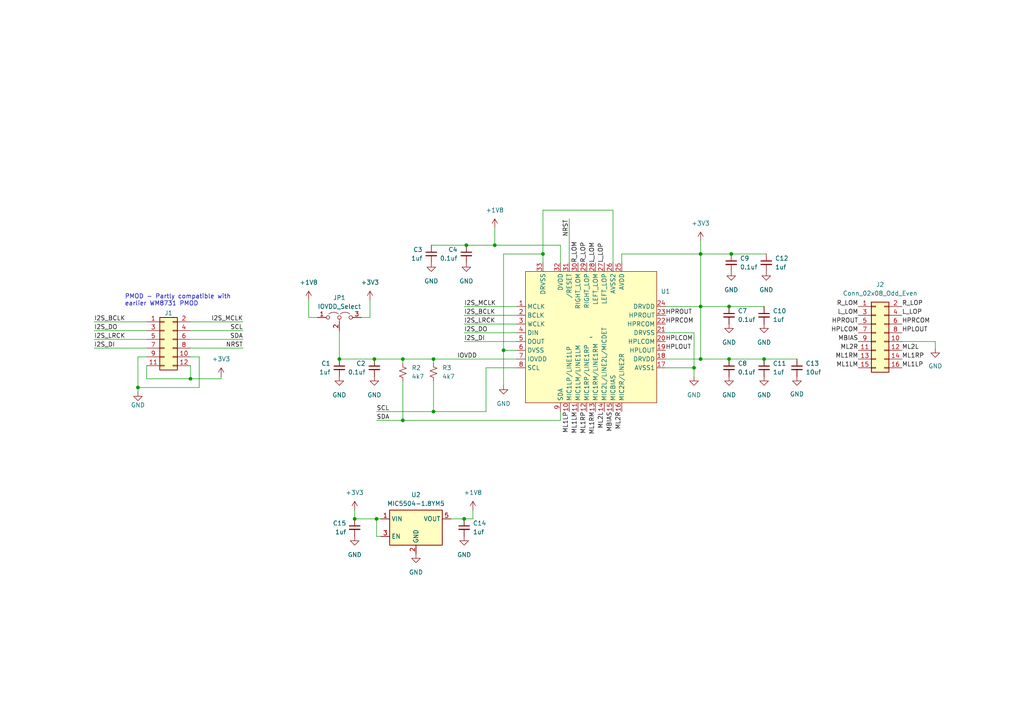
<source format=kicad_sch>
(kicad_sch (version 20231120) (generator "eeschema") (generator_version "8.0")
  (paper "A4")
  (lib_symbols
    (symbol "Connector_Generic:Conn_02x06_Odd_Even" (pin_names (offset 1.016) hide)
      (property "Reference" "J" (at 1.27 7.62 0))
      (property "Value" "Conn_02x06_Odd_Even" (at 1.27 -10.16 0))
      (symbol "Conn_02x06_Odd_Even_1_1"
        (rectangle (start -1.27 -7.493) (end 0 -7.747) (stroke (width 0.1524)))
        (rectangle (start -1.27 -4.953) (end 0 -5.207) (stroke (width 0.1524)))
        (rectangle (start -1.27 -2.413) (end 0 -2.667) (stroke (width 0.1524)))
        (rectangle (start -1.27 0.127) (end 0 -0.127) (stroke (width 0.1524)))
        (rectangle (start -1.27 2.667) (end 0 2.413) (stroke (width 0.1524)))
        (rectangle (start -1.27 5.207) (end 0 4.953) (stroke (width 0.1524)))
        (rectangle (start -1.27 6.35) (end 3.81 -8.89) (stroke (width 0.254)) (fill (type background)))
        (rectangle (start 3.81 -7.493) (end 2.54 -7.747) (stroke (width 0.1524)))
        (rectangle (start 3.81 -4.953) (end 2.54 -5.207) (stroke (width 0.1524)))
        (rectangle (start 3.81 -2.413) (end 2.54 -2.667) (stroke (width 0.1524)))
        (rectangle (start 3.81 0.127) (end 2.54 -0.127) (stroke (width 0.1524)))
        (rectangle (start 3.81 2.667) (end 2.54 2.413) (stroke (width 0.1524)))
        (rectangle (start 3.81 5.207) (end 2.54 4.953) (stroke (width 0.1524)))
        (pin passive line (at -5.08 5.08 0) (length 3.81) (name "Pin_1") (number "1"))
        (pin passive line (at 7.62 -5.08 180) (length 3.81) (name "Pin_10") (number "10"))
        (pin passive line (at -5.08 -7.62 0) (length 3.81) (name "Pin_11") (number "11"))
        (pin passive line (at 7.62 -7.62 180) (length 3.81) (name "Pin_12") (number "12"))
        (pin passive line (at 7.62 5.08 180) (length 3.81) (name "Pin_2") (number "2"))
        (pin passive line (at -5.08 2.54 0) (length 3.81) (name "Pin_3") (number "3"))
        (pin passive line (at 7.62 2.54 180) (length 3.81) (name "Pin_4") (number "4"))
        (pin passive line (at -5.08 0 0) (length 3.81) (name "Pin_5") (number "5"))
        (pin passive line (at 7.62 0 180) (length 3.81) (name "Pin_6") (number "6"))
        (pin passive line (at -5.08 -2.54 0) (length 3.81) (name "Pin_7") (number "7"))
        (pin passive line (at 7.62 -2.54 180) (length 3.81) (name "Pin_8") (number "8"))
        (pin passive line (at -5.08 -5.08 0) (length 3.81) (name "Pin_9") (number "9"))
      )
    )
    (symbol "Connector_Generic:Conn_02x08_Odd_Even" (pin_names (offset 1.016) hide)
      (property "Reference" "J" (at 1.27 10.16 0))
      (property "Value" "Conn_02x08_Odd_Even" (at 1.27 -12.7 0))
      (symbol "Conn_02x08_Odd_Even_1_1"
        (rectangle (start -1.27 -10.033) (end 0 -10.287) (stroke (width 0.1524)))
        (rectangle (start -1.27 -7.493) (end 0 -7.747) (stroke (width 0.1524)))
        (rectangle (start -1.27 -4.953) (end 0 -5.207) (stroke (width 0.1524)))
        (rectangle (start -1.27 -2.413) (end 0 -2.667) (stroke (width 0.1524)))
        (rectangle (start -1.27 0.127) (end 0 -0.127) (stroke (width 0.1524)))
        (rectangle (start -1.27 2.667) (end 0 2.413) (stroke (width 0.1524)))
        (rectangle (start -1.27 5.207) (end 0 4.953) (stroke (width 0.1524)))
        (rectangle (start -1.27 7.747) (end 0 7.493) (stroke (width 0.1524)))
        (rectangle (start -1.27 8.89) (end 3.81 -11.43) (stroke (width 0.254)) (fill (type background)))
        (rectangle (start 3.81 -10.033) (end 2.54 -10.287) (stroke (width 0.1524)))
        (rectangle (start 3.81 -7.493) (end 2.54 -7.747) (stroke (width 0.1524)))
        (rectangle (start 3.81 -4.953) (end 2.54 -5.207) (stroke (width 0.1524)))
        (rectangle (start 3.81 -2.413) (end 2.54 -2.667) (stroke (width 0.1524)))
        (rectangle (start 3.81 0.127) (end 2.54 -0.127) (stroke (width 0.1524)))
        (rectangle (start 3.81 2.667) (end 2.54 2.413) (stroke (width 0.1524)))
        (rectangle (start 3.81 5.207) (end 2.54 4.953) (stroke (width 0.1524)))
        (rectangle (start 3.81 7.747) (end 2.54 7.493) (stroke (width 0.1524)))
        (pin passive line (at -5.08 7.62 0) (length 3.81) (name "Pin_1") (number "1"))
        (pin passive line (at 7.62 -2.54 180) (length 3.81) (name "Pin_10") (number "10"))
        (pin passive line (at -5.08 -5.08 0) (length 3.81) (name "Pin_11") (number "11"))
        (pin passive line (at 7.62 -5.08 180) (length 3.81) (name "Pin_12") (number "12"))
        (pin passive line (at -5.08 -7.62 0) (length 3.81) (name "Pin_13") (number "13"))
        (pin passive line (at 7.62 -7.62 180) (length 3.81) (name "Pin_14") (number "14"))
        (pin passive line (at -5.08 -10.16 0) (length 3.81) (name "Pin_15") (number "15"))
        (pin passive line (at 7.62 -10.16 180) (length 3.81) (name "Pin_16") (number "16"))
        (pin passive line (at 7.62 7.62 180) (length 3.81) (name "Pin_2") (number "2"))
        (pin passive line (at -5.08 5.08 0) (length 3.81) (name "Pin_3") (number "3"))
        (pin passive line (at 7.62 5.08 180) (length 3.81) (name "Pin_4") (number "4"))
        (pin passive line (at -5.08 2.54 0) (length 3.81) (name "Pin_5") (number "5"))
        (pin passive line (at 7.62 2.54 180) (length 3.81) (name "Pin_6") (number "6"))
        (pin passive line (at -5.08 0 0) (length 3.81) (name "Pin_7") (number "7"))
        (pin passive line (at 7.62 0 180) (length 3.81) (name "Pin_8") (number "8"))
        (pin passive line (at -5.08 -2.54 0) (length 3.81) (name "Pin_9") (number "9"))
      )
    )
    (symbol "Device:C_Small" (pin_numbers hide) (pin_names (offset 0.254) hide)
      (property "Reference" "C" (at 0.254 1.778 0))
      (property "Value" "C_Small" (at 0.254 -2.032 0))
      (symbol "C_Small_0_1"
        (polyline (pts (xy -1.524 -0.508) (xy 1.524 -0.508)) (stroke (width 0.3302)))
        (polyline (pts (xy -1.524 0.508) (xy 1.524 0.508)) (stroke (width 0.3048)))
      )
      (symbol "C_Small_1_1"
        (pin passive line (at 0 2.54 270) (length 2.032) (name "~") (number "1"))
        (pin passive line (at 0 -2.54 90) (length 2.032) (name "~") (number "2"))
      )
    )
    (symbol "Device:R_Small_US" (pin_numbers hide) (pin_names (offset 0.254) hide)
      (property "Reference" "R" (at 0.762 0.508 0))
      (property "Value" "R_Small_US" (at 0.762 -1.016 0))
      (symbol "R_Small_US_1_1"
        (polyline (pts (xy 0 0) (xy 1.016 -0.381) (xy 0 -0.762) (xy -1.016 -1.143) (xy 0 -1.524)))
        (polyline (pts (xy 0 1.524) (xy 1.016 1.143) (xy 0 0.762) (xy -1.016 0.381) (xy 0 0)))
        (pin passive line (at 0 2.54 270) (length 1.016) (name "~") (number "1"))
        (pin passive line (at 0 -2.54 90) (length 1.016) (name "~") (number "2"))
      )
    )
    (symbol "Jumper:Jumper_3_Open" (pin_names (offset 0) hide)
      (property "Reference" "JP" (at -2.54 -2.54 0))
      (property "Value" "Jumper_3_Open" (at 0 2.794 0))
      (symbol "Jumper_3_Open_0_0"
        (circle (center -3.302 0) (radius 0.508))
        (circle (center 0 0) (radius 0.508))
        (circle (center 3.302 0) (radius 0.508))
      )
      (symbol "Jumper_3_Open_0_1"
        (arc (start -0.254 1.016) (mid -1.651 1.4992) (end -3.048 1.016))
        (polyline (pts (xy 0 -0.508) (xy 0 -1.27)))
        (arc (start 3.048 1.016) (mid 1.651 1.4992) (end 0.254 1.016))
      )
      (symbol "Jumper_3_Open_1_1"
        (pin passive line (at -6.35 0 0) (length 2.54) (name "A") (number "1"))
        (pin passive line (at 0 -3.81 90) (length 2.54) (name "C") (number "2"))
        (pin passive line (at 6.35 0 180) (length 2.54) (name "B") (number "3"))
      )
    )
    (symbol "Regulator_Linear:MIC5504-1.8YM5"
      (property "Reference" "U" (at -7.62 8.89 0))
      (property "Value" "MIC5504-1.8YM5" (at -7.62 6.35 0))
      (symbol "MIC5504-1.8YM5_0_1"
        (rectangle (start -7.62 -5.08) (end 7.62 5.08) (stroke (width 0.254)) (fill (type background)))
      )
      (symbol "MIC5504-1.8YM5_1_1"
        (pin power_in line (at -10.16 2.54 0) (length 2.54) (name "VIN") (number "1"))
        (pin power_in line (at 0 -7.62 90) (length 2.54) (name "GND") (number "2"))
        (pin input line (at -10.16 -2.54 0) (length 2.54) (name "EN") (number "3"))
        (pin no_connect line (at 7.62 -2.54 180) (length 2.54) hide (name "NC") (number "4"))
        (pin power_out line (at 10.16 2.54 180) (length 2.54) (name "VOUT") (number "5"))
      )
    )
    (symbol "emeb_library:TLV320AIC3101"
      (property "Reference" "U" (at 0 0 0))
      (symbol "TLV320AIC3101_1_1"
        (rectangle (start -19.05 19.05) (end 19.05 -19.05) (fill (type background)))
        (pin input line (at -21.59 8.89 0) (length 2.54) (name "MCLK") (number "1"))
        (pin input line (at -6.35 -21.59 90) (length 2.54) (name "MIC1LP/LINE1LP") (number "10"))
        (pin input line (at -3.81 -21.59 90) (length 2.54) (name "MIC1LM/LINE1LM") (number "11"))
        (pin input line (at -1.27 -21.59 90) (length 2.54) (name "MIC1RP/LINE1RP") (number "12"))
        (pin input line (at 1.27 -21.59 90) (length 2.54) (name "MIC1RM/LINE1RM") (number "13"))
        (pin input line (at 3.81 -21.59 90) (length 2.54) (name "MIC2L/LINE2L/MICDET") (number "14"))
        (pin output line (at 6.35 -21.59 90) (length 2.54) (name "MICBIAS") (number "15"))
        (pin input line (at 8.89 -21.59 90) (length 2.54) (name "MIC2R/LINE2R") (number "16"))
        (pin power_in line (at 21.59 -8.89 180) (length 2.54) (name "AVSS1") (number "17"))
        (pin power_in line (at 21.59 -6.35 180) (length 2.54) (name "DRVDD") (number "18"))
        (pin output line (at 21.59 -3.81 180) (length 2.54) (name "HPLOUT") (number "19"))
        (pin bidirectional line (at -21.59 6.35 0) (length 2.54) (name "BCLK") (number "2"))
        (pin output line (at 21.59 -1.27 180) (length 2.54) (name "HPLCOM") (number "20"))
        (pin power_in line (at 21.59 1.27 180) (length 2.54) (name "DRVSS") (number "21"))
        (pin output line (at 21.59 3.81 180) (length 2.54) (name "HPRCOM") (number "22"))
        (pin output line (at 21.59 6.35 180) (length 2.54) (name "HPROUT") (number "23"))
        (pin power_in line (at 21.59 8.89 180) (length 2.54) (name "DRVDD") (number "24"))
        (pin power_in line (at 8.89 21.59 270) (length 2.54) (name "AVDD") (number "25"))
        (pin power_in line (at 6.35 21.59 270) (length 2.54) (name "AVSS2") (number "26"))
        (pin output line (at 3.81 21.59 270) (length 2.54) (name "LEFT_LOP") (number "27"))
        (pin output line (at 1.27 21.59 270) (length 2.54) (name "LEFT_LOM") (number "28"))
        (pin output line (at -1.27 21.59 270) (length 2.54) (name "RIGHT_LOP") (number "29"))
        (pin bidirectional line (at -21.59 3.81 0) (length 2.54) (name "WCLK") (number "3"))
        (pin output line (at -3.81 21.59 270) (length 2.54) (name "RIGHT_LOM") (number "30"))
        (pin input line (at -6.35 21.59 270) (length 2.54) (name "/RESET") (number "31"))
        (pin power_in line (at -8.89 21.59 270) (length 2.54) (name "DVDD") (number "32"))
        (pin power_in line (at -13.97 21.59 270) (length 2.54) (name "DRVSS") (number "33"))
        (pin input line (at -21.59 1.27 0) (length 2.54) (name "DIN") (number "4"))
        (pin output line (at -21.59 -1.27 0) (length 2.54) (name "DOUT") (number "5"))
        (pin power_in line (at -21.59 -3.81 0) (length 2.54) (name "DVSS") (number "6"))
        (pin power_in line (at -21.59 -6.35 0) (length 2.54) (name "IOVDD") (number "7"))
        (pin bidirectional line (at -21.59 -8.89 0) (length 2.54) (name "SCL") (number "8"))
        (pin bidirectional line (at -8.89 -21.59 90) (length 2.54) (name "SDA") (number "9"))
      )
    )
    (symbol "power:+1V8" (power) (pin_names (offset 0))
      (property "Value" "+1V8" (at 0 3.556 0))
      (symbol "+1V8_0_1"
        (polyline (pts (xy -0.762 1.27) (xy 0 2.54)))
        (polyline (pts (xy 0 0) (xy 0 2.54)))
        (polyline (pts (xy 0 2.54) (xy 0.762 1.27)))
      )
      (symbol "+1V8_1_1"
        (pin power_in line (at 0 0 90) (length 0) hide (name "+1V8") (number "1"))
      )
    )
    (symbol "power:+3V3" (power) (pin_names (offset 0))
      (property "Value" "+3V3" (at 0 3.556 0))
      (symbol "+3V3_0_1"
        (polyline (pts (xy -0.762 1.27) (xy 0 2.54)))
        (polyline (pts (xy 0 0) (xy 0 2.54)))
        (polyline (pts (xy 0 2.54) (xy 0.762 1.27)))
      )
      (symbol "+3V3_1_1"
        (pin power_in line (at 0 0 90) (length 0) hide (name "+3V3") (number "1"))
      )
    )
    (symbol "power:GND" (power) (pin_names (offset 0))
      (property "Value" "GND" (at 0 -3.81 0))
      (symbol "GND_0_1"
        (polyline (pts (xy 0 0) (xy 0 -1.27) (xy 1.27 -1.27) (xy 0 -2.54) (xy -1.27 -1.27) (xy 0 -1.27)))
      )
      (symbol "GND_1_1"
        (pin power_in line (at 0 0 270) (length 0) hide (name "GND") (number "1"))
      )
    )
  )
  (junction (at 203.2 88.9))
  (junction (at 134.62 150.495))
  (junction (at 203.2 73.66))
  (junction (at 212.09 73.66))
  (junction (at 211.455 88.9))
  (junction (at 98.425 104.14))
  (junction (at 40.005 112.395))
  (junction (at 143.51 71.12))
  (junction (at 125.73 119.38))
  (junction (at 157.48 73.66))
  (junction (at 201.295 106.68))
  (junction (at 221.615 104.14))
  (junction (at 146.05 101.6))
  (junction (at 108.585 104.14))
  (junction (at 116.84 104.14))
  (junction (at 135.255 71.12))
  (junction (at 102.87 150.495))
  (junction (at 116.84 121.92))
  (junction (at 55.245 109.855))
  (junction (at 211.455 104.14))
  (junction (at 109.22 150.495))
  (junction (at 125.73 104.14))
  (junction (at 203.2 104.14))
  (wire (pts (xy 201.295 96.52) (xy 201.295 106.68)))
  (wire (pts (xy 180.34 76.2) (xy 180.34 73.66)))
  (wire (pts (xy 125.73 104.14) (xy 116.84 104.14)))
  (wire (pts (xy 271.272 99.06) (xy 271.272 101.092)))
  (wire (pts (xy 140.97 119.38) (xy 125.73 119.38)))
  (wire (pts (xy 203.2 88.9) (xy 203.2 73.66)))
  (wire (pts (xy 140.97 106.68) (xy 140.97 119.38)))
  (wire (pts (xy 221.615 104.14) (xy 231.14 104.14)))
  (wire (pts (xy 134.62 93.98) (xy 149.86 93.98)))
  (wire (pts (xy 57.785 112.395) (xy 57.785 103.505)))
  (wire (pts (xy 177.8 76.2) (xy 177.8 60.96)))
  (wire (pts (xy 64.135 109.855) (xy 64.135 109.22)))
  (wire (pts (xy 70.485 95.885) (xy 55.245 95.885)))
  (wire (pts (xy 40.005 103.505) (xy 42.545 103.505)))
  (wire (pts (xy 70.485 100.965) (xy 55.245 100.965)))
  (wire (pts (xy 102.87 150.495) (xy 109.22 150.495)))
  (wire (pts (xy 134.62 91.44) (xy 149.86 91.44)))
  (wire (pts (xy 89.535 86.995) (xy 89.535 92.075)))
  (wire (pts (xy 146.05 73.66) (xy 146.05 101.6)))
  (wire (pts (xy 125.73 104.14) (xy 125.73 105.41)))
  (wire (pts (xy 180.34 73.66) (xy 203.2 73.66)))
  (wire (pts (xy 137.16 150.495) (xy 137.16 147.955)))
  (wire (pts (xy 27.305 100.965) (xy 42.545 100.965)))
  (wire (pts (xy 203.2 73.66) (xy 203.2 69.85)))
  (wire (pts (xy 146.05 101.6) (xy 149.86 101.6)))
  (wire (pts (xy 27.305 93.345) (xy 42.545 93.345)))
  (wire (pts (xy 107.315 92.075) (xy 104.775 92.075)))
  (wire (pts (xy 203.2 73.66) (xy 212.09 73.66)))
  (wire (pts (xy 57.785 103.505) (xy 55.245 103.505)))
  (wire (pts (xy 125.73 119.38) (xy 125.73 110.49)))
  (wire (pts (xy 193.04 106.68) (xy 201.295 106.68)))
  (wire (pts (xy 211.455 104.14) (xy 221.615 104.14)))
  (wire (pts (xy 162.56 121.92) (xy 162.56 119.38)))
  (wire (pts (xy 149.86 106.68) (xy 140.97 106.68)))
  (wire (pts (xy 109.22 150.495) (xy 110.49 150.495)))
  (wire (pts (xy 193.04 96.52) (xy 201.295 96.52)))
  (wire (pts (xy 109.22 121.92) (xy 116.84 121.92)))
  (wire (pts (xy 212.09 73.66) (xy 222.25 73.66)))
  (wire (pts (xy 130.81 150.495) (xy 134.62 150.495)))
  (wire (pts (xy 162.56 71.12) (xy 162.56 76.2)))
  (wire (pts (xy 134.62 99.06) (xy 149.86 99.06)))
  (wire (pts (xy 116.84 104.14) (xy 108.585 104.14)))
  (wire (pts (xy 193.04 104.14) (xy 203.2 104.14)))
  (wire (pts (xy 98.425 95.885) (xy 98.425 104.14)))
  (wire (pts (xy 42.545 109.855) (xy 55.245 109.855)))
  (wire (pts (xy 89.535 92.075) (xy 92.075 92.075)))
  (wire (pts (xy 55.245 109.855) (xy 55.245 106.045)))
  (wire (pts (xy 40.005 112.395) (xy 40.005 113.665)))
  (wire (pts (xy 27.305 98.425) (xy 42.545 98.425)))
  (wire (pts (xy 203.2 88.9) (xy 211.455 88.9)))
  (wire (pts (xy 157.48 73.66) (xy 157.48 76.2)))
  (wire (pts (xy 102.87 147.955) (xy 102.87 150.495)))
  (wire (pts (xy 116.84 121.92) (xy 162.56 121.92)))
  (wire (pts (xy 203.2 104.14) (xy 211.455 104.14)))
  (wire (pts (xy 157.48 60.96) (xy 157.48 73.66)))
  (wire (pts (xy 143.51 71.12) (xy 135.255 71.12)))
  (wire (pts (xy 134.62 96.52) (xy 149.86 96.52)))
  (wire (pts (xy 134.62 88.9) (xy 149.86 88.9)))
  (wire (pts (xy 143.51 71.12) (xy 162.56 71.12)))
  (wire (pts (xy 70.485 93.345) (xy 55.245 93.345)))
  (wire (pts (xy 203.2 104.14) (xy 203.2 88.9)))
  (wire (pts (xy 109.22 155.575) (xy 109.22 150.495)))
  (wire (pts (xy 110.49 155.575) (xy 109.22 155.575)))
  (wire (pts (xy 40.005 103.505) (xy 40.005 112.395)))
  (wire (pts (xy 40.005 112.395) (xy 57.785 112.395)))
  (wire (pts (xy 116.84 104.14) (xy 116.84 105.41)))
  (wire (pts (xy 107.315 86.995) (xy 107.315 92.075)))
  (wire (pts (xy 177.8 60.96) (xy 157.48 60.96)))
  (wire (pts (xy 70.485 98.425) (xy 55.245 98.425)))
  (wire (pts (xy 157.48 73.66) (xy 146.05 73.66)))
  (wire (pts (xy 201.295 106.68) (xy 201.295 109.22)))
  (wire (pts (xy 261.62 99.06) (xy 271.272 99.06)))
  (wire (pts (xy 116.84 110.49) (xy 116.84 121.92)))
  (wire (pts (xy 55.245 109.855) (xy 64.135 109.855)))
  (wire (pts (xy 193.04 88.9) (xy 203.2 88.9)))
  (wire (pts (xy 134.62 150.495) (xy 137.16 150.495)))
  (wire (pts (xy 143.51 71.12) (xy 143.51 66.04)))
  (wire (pts (xy 108.585 104.14) (xy 98.425 104.14)))
  (wire (pts (xy 165.1 63.5) (xy 165.1 76.2)))
  (wire (pts (xy 211.455 88.9) (xy 221.615 88.9)))
  (wire (pts (xy 109.22 119.38) (xy 125.73 119.38)))
  (wire (pts (xy 27.305 95.885) (xy 42.545 95.885)))
  (wire (pts (xy 146.05 101.6) (xy 146.05 111.76)))
  (wire (pts (xy 42.545 109.855) (xy 42.545 106.045)))
  (wire (pts (xy 125.73 104.14) (xy 149.86 104.14)))
  (wire (pts (xy 135.255 71.12) (xy 125.095 71.12)))
  (text "PMOD - Partly compatible with\nearlier WM8731 PMOD" (at 36.195 88.9 0) (effects (font (size 1.27 1.27)) (justify left bottom)))
  (label "ML1RP" (at 170.18 119.38 270))
  (label "ML1LM" (at 248.92 106.68 180))
  (label "HPLOUT" (at 193.04 101.6 0))
  (label "I2S_BCLK" (at 134.62 91.44 0))
  (label "R_LOP" (at 170.18 76.2 90))
  (label "SCL" (at 109.22 119.38 0))
  (label "I2S_DI" (at 27.305 100.965 0))
  (label "ML1LP" (at 165.1 119.38 270))
  (label "L_LOM" (at 248.92 91.44 180))
  (label "ML2L" (at 261.62 101.6 0))
  (label "ML2L" (at 175.26 119.38 270))
  (label "HPLOUT" (at 261.62 96.52 0))
  (label "ML2R" (at 180.34 119.38 270))
  (label "I2S_LRCK" (at 134.62 93.98 0))
  (label "I2S_MCLK" (at 134.62 88.9 0))
  (label "I2S_DO" (at 27.305 95.885 0))
  (label "R_LOM" (at 248.92 88.9 180))
  (label "SCL" (at 70.485 95.885 180))
  (label "IOVDD" (at 132.588 104.14 0))
  (label "HPROUT" (at 193.04 91.44 0))
  (label "ML2R" (at 248.92 101.6 180))
  (label "L_LOP" (at 261.62 91.44 0))
  (label "I2S_DO" (at 134.62 96.52 0))
  (label "SDA" (at 109.22 121.92 0))
  (label "ML1RM" (at 248.92 104.14 180))
  (label "HPLCOM" (at 248.92 96.52 180))
  (label "R_LOP" (at 261.62 88.9 0))
  (label "I2S_BCLK" (at 27.305 93.345 0))
  (label "HPRCOM" (at 193.04 93.98 0))
  (label "ML1RM" (at 172.72 119.38 270))
  (label "ML1LP" (at 261.62 106.68 0))
  (label "I2S_DI" (at 134.62 99.06 0))
  (label "ML1RP" (at 261.62 104.14 0))
  (label "SDA" (at 70.485 98.425 180))
  (label "L_LOP" (at 175.26 76.2 90))
  (label "I2S_MCLK" (at 70.485 93.345 180))
  (label "I2S_LRCK" (at 27.305 98.425 0))
  (label "MBIAS" (at 177.8 119.38 270))
  (label "HPLCOM" (at 193.04 99.06 0))
  (label "ML1LM" (at 167.64 119.38 270))
  (label "HPRCOM" (at 261.62 93.98 0))
  (label "HPROUT" (at 248.92 93.98 180))
  (label "L_LOM" (at 172.72 76.2 90))
  (label "NRST" (at 70.485 100.965 180))
  (label "MBIAS" (at 248.92 99.06 180))
  (label "R_LOM" (at 167.64 76.2 90))
  (label "NRST" (at 165.1 68.58 90))
  (symbol (lib_id "power:GND") (at 211.455 109.22 0) (unit 1)
    (property "Reference" "#PWR013" (effects (hide yes)))
    (property "Value" "GND" (at 211.455 114.554 0))
  )
  (symbol (lib_id "power:GND") (at 120.65 160.655 0) (unit 1)
    (property "Reference" "#PWR023" (effects (hide yes)))
    (property "Value" "GND" (at 120.65 165.989 0))
  )
  (symbol (lib_id "Connector_Generic:Conn_02x08_Odd_Even") (at 254 96.52 0) (unit 1)
    (property "Reference" "J2" (at 255.27 82.55 0))
    (property "Value" "Conn_02x08_Odd_Even" (at 255.27 85.09 0))
    (property "Footprint" "Connector_PinHeader_2.54mm:PinHeader_2x08_P2.54mm_Vertical" (effects (hide yes)))
  )
  (symbol (lib_id "power:+1V8") (at 143.51 66.04 0) (unit 1)
    (property "Reference" "#PWR07" (effects (hide yes)))
    (property "Value" "+1V8" (at 143.51 60.96 0))
  )
  (symbol (lib_id "Jumper:Jumper_3_Open") (at 98.425 92.075 0) (unit 1)
    (property "Reference" "JP1" (at 98.425 86.36 0))
    (property "Value" "IOVDD_Select" (at 98.425 88.9 0))
    (property "Footprint" "Jumper:SolderJumper-3_P1.3mm_Open_RoundedPad1.0x1.5mm" (effects (hide yes)))
  )
  (symbol (lib_id "Device:C_Small") (at 125.095 73.66 0) (mirror y) (unit 1)
    (property "Reference" "C3" (at 122.555 72.3963 0) (effects (justify left)))
    (property "Value" "1uf" (at 122.555 74.93 0) (effects (justify left)))
    (property "Footprint" "Capacitor_SMD:C_0603_1608Metric" (effects (hide yes)))
  )
  (symbol (lib_id "Device:C_Small") (at 98.425 106.68 0) (mirror y) (unit 1)
    (property "Reference" "C1" (at 95.885 105.4163 0) (effects (justify left)))
    (property "Value" "1uf" (at 95.885 107.95 0) (effects (justify left)))
    (property "Footprint" "Capacitor_SMD:C_0603_1608Metric" (effects (hide yes)))
  )
  (symbol (lib_id "power:GND") (at 125.095 76.2 0) (mirror y) (unit 1)
    (property "Reference" "#PWR04" (effects (hide yes)))
    (property "Value" "GND" (at 125.095 81.534 0))
  )
  (symbol (lib_id "power:GND") (at 40.005 113.665 0) (unit 1)
    (property "Reference" "#PWR024" (effects (hide yes)))
    (property "Value" "GND" (at 40.005 117.475 0))
  )
  (symbol (lib_id "power:GND") (at 102.87 155.575 0) (unit 1)
    (property "Reference" "#PWR022" (effects (hide yes)))
    (property "Value" "GND" (at 102.87 160.909 0))
  )
  (symbol (lib_id "Device:C_Small") (at 135.255 73.66 0) (mirror y) (unit 1)
    (property "Reference" "C4" (at 132.715 72.3963 0) (effects (justify left)))
    (property "Value" "0.1uf" (at 132.715 74.93 0) (effects (justify left)))
    (property "Footprint" "Capacitor_SMD:C_0603_1608Metric" (effects (hide yes)))
  )
  (symbol (lib_id "power:GND") (at 222.25 78.74 0) (unit 1)
    (property "Reference" "#PWR017" (effects (hide yes)))
    (property "Value" "GND" (at 222.25 84.074 0))
  )
  (symbol (lib_id "emeb_library:TLV320AIC3101") (at 171.45 97.79 0) (unit 1)
    (property "Reference" "U1" (at 193.04 84.5119 0))
    (property "Value" "~" (at 171.45 97.79 0))
    (property "Footprint" "Package_DFN_QFN:QFN-32-1EP_5x5mm_P0.5mm_EP3.6x3.6mm" (effects (hide yes)))
  )
  (symbol (lib_id "Device:R_Small_US") (at 125.73 107.95 180) (unit 1)
    (property "Reference" "R3" (at 128.27 106.68 0) (effects (justify right)))
    (property "Value" "4k7" (at 128.27 109.22 0) (effects (justify right)))
    (property "Footprint" "Resistor_SMD:R_0603_1608Metric" (effects (hide yes)))
  )
  (symbol (lib_id "Connector_Generic:Conn_02x06_Odd_Even") (at 47.625 98.425 0) (unit 1)
    (property "Reference" "J1" (at 48.895 90.805 0))
    (property "Value" "CONN_02X06" (effects (hide yes)))
    (property "Footprint" "Connector_PinHeader_2.54mm:PinHeader_2x06_P2.54mm_Vertical" (effects (hide yes)))
  )
  (symbol (lib_id "power:GND") (at 271.272 101.092 0) (unit 1)
    (property "Reference" "#PWR09" (effects (hide yes)))
    (property "Value" "GND" (at 271.272 106.172 0))
  )
  (symbol (lib_id "power:GND") (at 108.585 109.22 0) (mirror y) (unit 1)
    (property "Reference" "#PWR03" (effects (hide yes)))
    (property "Value" "GND" (at 108.585 114.554 0))
  )
  (symbol (lib_id "Device:C_Small") (at 108.585 106.68 0) (mirror y) (unit 1)
    (property "Reference" "C2" (at 106.045 105.4163 0) (effects (justify left)))
    (property "Value" "0.1uf" (at 106.045 107.95 0) (effects (justify left)))
    (property "Footprint" "Capacitor_SMD:C_0603_1608Metric" (effects (hide yes)))
  )
  (symbol (lib_id "power:GND") (at 221.615 93.98 0) (unit 1)
    (property "Reference" "#PWR015" (effects (hide yes)))
    (property "Value" "GND" (at 221.615 99.314 0))
  )
  (symbol (lib_id "Device:C_Small") (at 221.615 106.68 0) (unit 1)
    (property "Reference" "C11" (at 224.155 105.4163 0) (effects (justify left)))
    (property "Value" "1uf" (at 224.155 107.95 0) (effects (justify left)))
    (property "Footprint" "Capacitor_SMD:C_0603_1608Metric" (effects (hide yes)))
  )
  (symbol (lib_id "power:+1V8") (at 89.535 86.995 0) (unit 1)
    (property "Reference" "#PWR01" (effects (hide yes)))
    (property "Value" "+1V8" (at 89.535 81.915 0))
  )
  (symbol (lib_id "power:GND") (at 221.615 109.22 0) (unit 1)
    (property "Reference" "#PWR016" (effects (hide yes)))
    (property "Value" "GND" (at 221.615 114.554 0))
  )
  (symbol (lib_id "power:+3V3") (at 64.135 109.22 0) (unit 1)
    (property "Reference" "#PWR025" (effects (hide yes)))
    (property "Value" "+3V3" (at 64.135 104.14 0))
  )
  (symbol (lib_id "power:GND") (at 212.09 78.74 0) (unit 1)
    (property "Reference" "#PWR014" (effects (hide yes)))
    (property "Value" "GND" (at 212.09 84.074 0))
  )
  (symbol (lib_id "Device:C_Small") (at 134.62 153.035 0) (unit 1)
    (property "Reference" "C14" (at 137.16 151.7713 0) (effects (justify left)))
    (property "Value" "1uf" (at 137.16 154.305 0) (effects (justify left)))
    (property "Footprint" "Capacitor_SMD:C_0603_1608Metric" (effects (hide yes)))
  )
  (symbol (lib_id "Device:C_Small") (at 211.455 91.44 0) (unit 1)
    (property "Reference" "C7" (at 213.995 90.1763 0) (effects (justify left)))
    (property "Value" "0.1uf" (at 213.995 92.71 0) (effects (justify left)))
    (property "Footprint" "Capacitor_SMD:C_0603_1608Metric" (effects (hide yes)))
  )
  (symbol (lib_id "power:GND") (at 231.14 109.22 0) (unit 1)
    (property "Reference" "#PWR018" (effects (hide yes)))
    (property "Value" "GND" (at 231.14 114.3 0))
  )
  (symbol (lib_id "Device:C_Small") (at 102.87 153.035 0) (unit 1)
    (property "Reference" "C15" (at 96.52 151.765 0) (effects (justify left)))
    (property "Value" "1uf" (at 97.155 154.305 0) (effects (justify left)))
    (property "Footprint" "Capacitor_SMD:C_0603_1608Metric" (effects (hide yes)))
  )
  (symbol (lib_id "Regulator_Linear:MIC5504-1.8YM5") (at 120.65 153.035 0) (unit 1)
    (property "Reference" "U2" (at 120.65 143.51 0))
    (property "Value" "MIC5504-1.8YM5" (at 120.65 146.05 0))
    (property "Footprint" "Package_TO_SOT_SMD:SOT-23-5" (effects (hide yes)))
    (property "Datasheet" "http://ww1.microchip.com/downloads/en/DeviceDoc/MIC550X.pdf" (effects (hide yes)))
  )
  (symbol (lib_id "Device:C_Small") (at 222.25 76.2 0) (unit 1)
    (property "Reference" "C12" (at 224.79 74.9363 0) (effects (justify left)))
    (property "Value" "1uf" (at 224.79 77.47 0) (effects (justify left)))
    (property "Footprint" "Capacitor_SMD:C_0603_1608Metric" (effects (hide yes)))
  )
  (symbol (lib_id "power:GND") (at 135.255 76.2 0) (mirror y) (unit 1)
    (property "Reference" "#PWR05" (effects (hide yes)))
    (property "Value" "GND" (at 135.255 81.534 0))
  )
  (symbol (lib_id "Device:C_Small") (at 231.14 106.68 0) (unit 1)
    (property "Reference" "C13" (at 233.68 105.4163 0) (effects (justify left)))
    (property "Value" "10uf" (at 233.68 107.9563 0) (effects (justify left)))
    (property "Footprint" "Capacitor_SMD:C_0805_2012Metric" (effects (hide yes)))
  )
  (symbol (lib_id "Device:C_Small") (at 211.455 106.68 0) (unit 1)
    (property "Reference" "C8" (at 213.995 105.4163 0) (effects (justify left)))
    (property "Value" "0.1uf" (at 213.995 107.95 0) (effects (justify left)))
    (property "Footprint" "Capacitor_SMD:C_0603_1608Metric" (effects (hide yes)))
  )
  (symbol (lib_id "Device:C_Small") (at 221.615 91.44 0) (unit 1)
    (property "Reference" "C10" (at 224.155 90.1763 0) (effects (justify left)))
    (property "Value" "1uf" (at 224.155 92.71 0) (effects (justify left)))
    (property "Footprint" "Capacitor_SMD:C_0603_1608Metric" (effects (hide yes)))
  )
  (symbol (lib_id "power:+1V8") (at 137.16 147.955 0) (unit 1)
    (property "Reference" "#PWR020" (effects (hide yes)))
    (property "Value" "+1V8" (at 137.16 142.875 0))
  )
  (symbol (lib_id "power:GND") (at 134.62 155.575 0) (unit 1)
    (property "Reference" "#PWR021" (effects (hide yes)))
    (property "Value" "GND" (at 134.62 160.909 0))
  )
  (symbol (lib_id "Device:C_Small") (at 212.09 76.2 0) (unit 1)
    (property "Reference" "C9" (at 214.63 74.9363 0) (effects (justify left)))
    (property "Value" "0.1uf" (at 214.63 77.47 0) (effects (justify left)))
    (property "Footprint" "Capacitor_SMD:C_0603_1608Metric" (effects (hide yes)))
  )
  (symbol (lib_id "power:+3V3") (at 102.87 147.955 0) (unit 1)
    (property "Reference" "#PWR019" (effects (hide yes)))
    (property "Value" "+3V3" (at 102.87 142.875 0))
  )
  (symbol (lib_id "Device:R_Small_US") (at 116.84 107.95 180) (unit 1)
    (property "Reference" "R2" (at 119.38 106.68 0) (effects (justify right)))
    (property "Value" "4k7" (at 119.38 109.22 0) (effects (justify right)))
    (property "Footprint" "Resistor_SMD:R_0603_1608Metric" (effects (hide yes)))
  )
  (symbol (lib_id "power:GND") (at 146.05 111.76 0) (unit 1)
    (property "Reference" "#PWR08" (effects (hide yes)))
    (property "Value" "GND" (at 146.05 117.094 0))
  )
  (symbol (lib_id "power:+3V3") (at 203.2 69.85 0) (unit 1)
    (property "Reference" "#PWR06" (effects (hide yes)))
    (property "Value" "+3V3" (at 203.2 64.77 0))
  )
  (symbol (lib_id "power:+3V3") (at 107.315 86.995 0) (unit 1)
    (property "Reference" "#PWR011" (effects (hide yes)))
    (property "Value" "+3V3" (at 107.315 81.915 0))
  )
  (symbol (lib_id "power:GND") (at 98.425 109.22 0) (mirror y) (unit 1)
    (property "Reference" "#PWR02" (effects (hide yes)))
    (property "Value" "GND" (at 98.425 114.554 0))
  )
  (symbol (lib_id "power:GND") (at 201.295 109.22 0) (unit 1)
    (property "Reference" "#PWR010" (effects (hide yes)))
    (property "Value" "GND" (at 201.295 114.554 0))
  )
  (symbol (lib_id "power:GND") (at 211.455 93.98 0) (unit 1)
    (property "Reference" "#PWR012" (effects (hide yes)))
    (property "Value" "GND" (at 211.455 99.314 0))
  )
)
</source>
